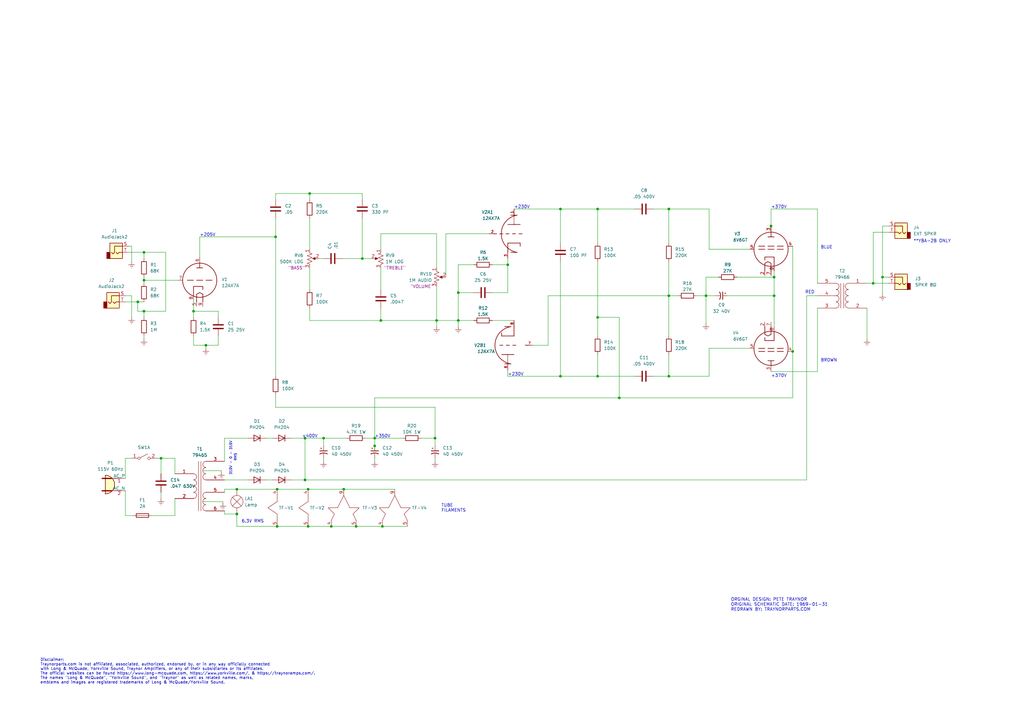
<source format=kicad_sch>
(kicad_sch (version 20211123) (generator eeschema)
  (paper "A3")
  (title_block (title "Traynor YBA-2 Bassmate (6V6)") (date "2022-06-18") (rev "1") (company "Yorkville Sound LTD") (comment 1 "ALL RESISTORS 1/2W 10% UNLESS OTHERWISE STATED") (comment 2 "ALL CAPACITORS IN MICROFARADS UNLESS OTHERWISE STATED"))
  (lib_symbols
    (symbol "Amplifier Library:12AX7_A"
      (property "Reference" "V" (at -11.43 3.175 0))
      (symbol "12AX7_A_1_0"
        (polyline (pts (xy -5.842 0) (xy -4.572 0)) (stroke (width 0.254)))
        (polyline (pts (xy -0.762 0) (xy 0.508 0)) (stroke (width 0.254)))
        (polyline (pts (xy 0 -7.62) (xy 0 -3.81)) (stroke (width 0.254)))
        (polyline (pts (xy 0 -3.81) (xy 5.08 -3.81)) (stroke (width 0.254)))
        (polyline (pts (xy 0 3.81) (xy 2.54 3.81)) (stroke (width 0.254)))
        (polyline (pts (xy 1.27 -7.62) (xy 3.81 -7.62)) (stroke (width 0.254)))
        (polyline (pts (xy 1.905 0) (xy 3.175 0)) (stroke (width 0.254)))
        (polyline (pts (xy 2.54 3.81) (xy 5.08 3.81)) (stroke (width 0.254)))
        (polyline (pts (xy 2.54 7.62) (xy 2.54 3.81)) (stroke (width 0.1524)))
        (polyline (pts (xy 4.572 0) (xy 5.842 0)) (stroke (width 0.254)))
        (polyline (pts (xy 5.08 -5.08) (xy 5.08 -3.81)) (stroke (width 0.254)))
        (polyline (pts (xy 1.27 7.62) (xy 3.81 7.62) (xy 3.175 7.62)) (stroke (width 0.254)))
        (arc (start 1.3208 -7.62) (mid 10.2569 0) (end 1.3208 7.62) (stroke (width 0.254)))
        (pin passive line (at 2.54 10.16 270) (length 2.54) (name "~") (number "6"))
        (pin passive line (at -7.62 0 0) (length 2.54) (name "~") (number "7"))
        (pin passive line (at 0 -10.16 90) (length 2.54) (name "~") (number "8"))
      )
    )
    (symbol "Amplifier Library:12AX7_B"
      (property "Reference" "V" (at -5.08 6.35 0))
      (symbol "12AX7_B_0_0"
        (polyline (pts (xy 2.54 -7.62) (xy 0 -7.62)) (stroke (width 0.254)))
        (polyline (pts (xy 2.54 7.62) (xy 0 7.62)) (stroke (width 0.254)))
      )
      (symbol "12AX7_B_1_0"
        (polyline (pts (xy -7.112 0) (xy -5.842 0)) (stroke (width 0.254)))
        (polyline (pts (xy -4.572 0) (xy -3.302 0)) (stroke (width 0.254)))
        (polyline (pts (xy -2.032 0) (xy -0.762 0)) (stroke (width 0.254)))
        (polyline (pts (xy -1.27 -7.62) (xy -1.27 -3.81)) (stroke (width 0.254)))
        (polyline (pts (xy -1.27 -3.81) (xy 3.81 -3.81)) (stroke (width 0.254)))
        (polyline (pts (xy -1.27 3.81) (xy 1.27 3.81)) (stroke (width 0.254)))
        (polyline (pts (xy 0.635 0) (xy 1.905 0)) (stroke (width 0.254)))
        (polyline (pts (xy 1.27 3.81) (xy 3.81 3.81)) (stroke (width 0.254)))
        (polyline (pts (xy 1.27 7.62) (xy 1.27 3.81)) (stroke (width 0.1524)))
        (polyline (pts (xy 3.302 0) (xy 4.572 0)) (stroke (width 0.254)))
        (polyline (pts (xy 3.81 -5.08) (xy 3.81 -3.81)) (stroke (width 0.254)))
        (arc (start 2.54 7.62) (mid -6.3961 0) (end 2.54 -7.62) (stroke (width 0.254)))
        (pin passive line (at 1.27 10.16 270) (length 2.54) (name "~") (number "1"))
        (pin passive line (at -8.89 0 0) (length 2.54) (name "~") (number "2"))
        (pin passive line (at -1.27 -10.16 90) (length 2.54) (name "~") (number "3"))
      )
    )
    (symbol "Amplifier Library:12AX7_C"
      (property "Reference" "V" (at -14.605 -5.08 0))
      (symbol "12AX7_C_0_1"
        (polyline (pts (xy -5.08 1.27) (xy -2.54 1.27) (xy -3.175 1.27)) (stroke (width 0.254)))
        (polyline (pts (xy -1.27 1.27) (xy 1.27 1.27) (xy 0.635 1.27)) (stroke (width 0.254)))
        (polyline (pts (xy 2.54 1.27) (xy 5.08 1.27) (xy 4.445 1.27)) (stroke (width 0.254)))
        (polyline (pts (xy -2.54 -5.08) (xy -2.54 -1.27) (xy 1.27 -1.27) (xy 1.27 -2.54)) (stroke (width 0.254)))
        (polyline (pts (xy 0 8.255) (xy 0 6.35) (xy -1.27 6.35) (xy 1.27 6.35)) (stroke (width 0.254)))
        (polyline (pts (xy -1.27 -7.62) (xy -1.27 -4.445) (xy 0 -3.81) (xy 1.27 -4.445) (xy 1.27 -7.62) (xy 1.27 -6.985)) (stroke (width 0.254)))
        (circle (center 0 1.27) (radius 7.0138) (stroke (width 0.254)))
      )
      (symbol "12AX7_C_1_1"
        (pin passive line (at -1.27 -9.525 90) (length 2) (name "") (number "5"))
        (pin passive line (at 0 10.795 270) (length 2.54) (name "~") (number "6"))
        (pin passive line (at -8.89 1.27 0) (length 2) (name "~") (number "7"))
        (pin passive line (at -2.54 -6.985 90) (length 2) (name "~") (number "8"))
        (pin passive line (at 1.27 -9.525 90) (length 2) (name "") (number "9"))
      )
    )
    (symbol "Amplifier Library:6V6GT"
      (property "Reference" "V" (at -14.605 6.35 0))
      (symbol "6V6GT_0_1"
        (polyline (pts (xy -5.08 -1.27) (xy -2.54 -1.27) (xy -3.175 -1.27)) (stroke (width 0.254)))
        (polyline (pts (xy -5.08 0) (xy -2.54 0) (xy -3.175 0)) (stroke (width 0.254)))
        (polyline (pts (xy -1.27 -1.27) (xy 1.27 -1.27) (xy 0.635 -1.27)) (stroke (width 0.254)))
        (polyline (pts (xy -1.27 0) (xy 1.27 0) (xy 0.635 0)) (stroke (width 0.254)))
        (polyline (pts (xy 2.54 -1.27) (xy 5.08 -1.27) (xy 4.445 -1.27)) (stroke (width 0.254)))
        (polyline (pts (xy 2.54 0) (xy 5.08 0) (xy 4.445 0)) (stroke (width 0.254)))
        (polyline (pts (xy 0 -6.985) (xy 0 -5.08) (xy -1.27 -5.08) (xy 1.27 -5.08)) (stroke (width 0.254)))
        (polyline (pts (xy 1.27 6.985) (xy 1.27 3.175) (xy -2.54 3.175) (xy -2.54 4.445)) (stroke (width 0.254)))
        (polyline (pts (xy -2.54 8.89) (xy -2.54 5.715) (xy -1.27 5.08) (xy 0 5.715) (xy 0 8.89) (xy 0 8.255)) (stroke (width 0.254)))
        (circle (center 0 0) (radius 7.0138) (stroke (width 0.254)))
      )
      (symbol "6V6GT_1_1"
        (pin passive line (at -2.54 10.795 270) (length 2) (name "") (number "2"))
        (pin passive line (at 0 -9.525 90) (length 2.54) (name "~") (number "3"))
        (pin passive line (at 8.89 -1.27 180) (length 2) (name "~") (number "4"))
        (pin passive line (at -8.89 0 0) (length 2) (name "~") (number "5"))
        (pin passive line (at 0 10.795 270) (length 2) (name "") (number "7"))
        (pin passive line (at 1.27 8.89 270) (length 2) (name "~") (number "8"))
      )
    )
    (symbol "Amplifier Library:AudioJack2"
      (property "Reference" "J" (at 0 8.89 0))
      (property "Value" "AudioJack2" (at 0 6.35 0))
      (symbol "AudioJack2_0_1"
        (rectangle (start -3.81 0) (end -2.54 -2.54) (stroke (width 0.254)) (fill (type outline)))
        (rectangle (start -2.54 3.81) (end 2.54 -2.54) (stroke (width 0.254)) (fill (type background)))
        (polyline (pts (xy 0 0) (xy 0.635 -0.635) (xy 1.27 0) (xy 2.54 0)) (stroke (width 0.254)))
        (polyline (pts (xy 2.54 2.54) (xy -0.635 2.54) (xy -0.635 0) (xy -1.27 -0.635) (xy -1.905 0)) (stroke (width 0.254)))
      )
      (symbol "AudioJack2_1_1"
        (pin passive line (at 5.08 2.54 180) (length 2.54) (name "~") (number "S"))
        (pin passive line (at 5.08 0 180) (length 2.54) (name "~") (number "T"))
      )
    )
    (symbol "Amplifier Library:Filament1"
      (property "Reference" "TF-V" (at 3.81 0 0))
      (symbol "Filament1_0_1"
        (polyline (pts (xy 0 2.54) (xy 0 5.08)))
        (polyline (pts (xy 0 2.54) (xy -3.81 0) (xy 0 -2.54) (xy 0 -5.08)))
      )
      (symbol "Filament1_1_1"
        (pin passive line (at 0 7.62 270) (length 2.54) (name "") (number "4"))
        (pin passive line (at 0 -7.62 90) (length 2.54) (name "") (number "5"))
      )
    )
    (symbol "Amplifier Library:Filament2"
      (property "Reference" "V" (at 5.08 3.81 0))
      (symbol "Filament2_0_1"
        (polyline (pts (xy -5.08 0) (xy -5.08 0)))
        (polyline (pts (xy 0 5.08) (xy -2.54 0) (xy -6.35 0) (xy -3.81 -2.54) (xy -5.08 -5.08)))
        (polyline (pts (xy 0 5.08) (xy 2.54 0) (xy 6.35 0) (xy 3.81 -2.54) (xy 5.08 -5.08)))
      )
      (symbol "Filament2_1_1"
        (pin passive line (at -5.08 -7.62 90) (length 2.54) (name "") (number "4"))
        (pin passive line (at 5.08 -7.62 90) (length 2.54) (name "") (number "5"))
        (pin passive line (at 0 7.62 270) (length 2.54) (name "") (number "9"))
      )
    )
    (symbol "Amplifier Library:Lamp" (pin_numbers hide) (pin_names (offset 0.0254) hide)
      (property "Reference" "LA" (at 0.635 3.81 0))
      (property "Value" "Lamp" (at 0.635 -3.81 0))
      (symbol "Lamp_0_1"
        (polyline (pts (xy -1.778 1.778) (xy 1.778 -1.778)))
        (polyline (pts (xy 1.778 1.778) (xy -1.778 -1.778)))
        (circle (center 0 0) (radius 2.54))
      )
      (symbol "Lamp_1_1"
        (pin passive line (at 0 -5.08 90) (length 2.54) (name "-") (number "1"))
        (pin passive line (at 0 5.08 270) (length 2.54) (name "+") (number "2"))
      )
    )
    (symbol "Connector:Conn_WallPlug" (pin_names (offset 0))
      (property "Reference" "P" (at -1.27 4.445 0))
      (property "Value" "Conn_WallPlug" (at -5.715 0 90))
      (symbol "Conn_WallPlug_0_1"
        (arc (start -3.175 -3.81) (mid 0.635 0) (end -3.175 3.81) (stroke (width 0.254)) (fill (type background)))
        (polyline (pts (xy -4.445 -2.54) (xy -0.635 -2.54)) (stroke (width 0.508)))
        (polyline (pts (xy -4.445 2.54) (xy -0.635 2.54)) (stroke (width 0.508)))
        (polyline (pts (xy -3.175 -3.81) (xy -3.175 3.81)) (stroke (width 0.254)))
        (polyline (pts (xy -0.635 -2.54) (xy 2.54 -2.54)))
        (polyline (pts (xy -0.635 2.54) (xy 2.54 2.54)))
      )
      (symbol "Conn_WallPlug_1_1"
        (pin power_out line (at 5.08 2.54 180) (length 5.08) (name "AC_P") (number "1"))
        (pin power_out line (at 5.08 -2.54 180) (length 5.08) (name "AC_N") (number "2"))
      )
    )
    (symbol "Device:C" (pin_numbers hide) (pin_names (offset 0.254))
      (property "Reference" "C" (at 0.635 2.54 0))
      (property "Value" "C" (at 0.635 -2.54 0))
      (symbol "C_0_1"
        (polyline (pts (xy -2.032 -0.762) (xy 2.032 -0.762)) (stroke (width 0.508)))
        (polyline (pts (xy -2.032 0.762) (xy 2.032 0.762)) (stroke (width 0.508)))
      )
      (symbol "C_1_1"
        (pin passive line (at 0 3.81 270) (length 2.794) (name "~") (number "1"))
        (pin passive line (at 0 -3.81 90) (length 2.794) (name "~") (number "2"))
      )
    )
    (symbol "Device:C_Polarized_Small_US" (pin_numbers hide) (pin_names (offset 0.254) hide)
      (property "Reference" "C" (at 0.254 1.778 0))
      (property "Value" "C_Polarized_Small_US" (at 0.254 -2.032 0))
      (symbol "C_Polarized_Small_US_0_1"
        (polyline (pts (xy -1.524 0.508) (xy 1.524 0.508)) (stroke (width 0.3048)))
        (polyline (pts (xy -1.27 1.524) (xy -0.762 1.524)))
        (polyline (pts (xy -1.016 1.27) (xy -1.016 1.778)))
        (arc (start 1.524 -0.762) (mid 0 -0.3734) (end -1.524 -0.762) (stroke (width 0.3048)))
      )
      (symbol "C_Polarized_Small_US_1_1"
        (pin passive line (at 0 2.54 270) (length 2.032) (name "~") (number "1"))
        (pin passive line (at 0 -2.54 90) (length 2.032) (name "~") (number "2"))
      )
    )
    (symbol "Device:D" (pin_numbers hide) (pin_names (offset 1.016) hide)
      (property "Reference" "D" (at 0 2.54 0))
      (property "Value" "D" (at 0 -2.54 0))
      (symbol "D_0_1"
        (polyline (pts (xy -1.27 1.27) (xy -1.27 -1.27)) (stroke (width 0.254)))
        (polyline (pts (xy 1.27 0) (xy -1.27 0)))
        (polyline (pts (xy 1.27 1.27) (xy 1.27 -1.27) (xy -1.27 0) (xy 1.27 1.27)) (stroke (width 0.254)))
      )
      (symbol "D_1_1"
        (pin passive line (at -3.81 0 0) (length 2.54) (name "K") (number "1"))
        (pin passive line (at 3.81 0 180) (length 2.54) (name "A") (number "2"))
      )
    )
    (symbol "Device:Fuse" (pin_numbers hide) (pin_names (offset 0))
      (property "Reference" "F" (at 2.032 0 90))
      (property "Value" "Fuse" (at -1.905 0 90))
      (symbol "Fuse_0_1"
        (rectangle (start -0.762 -2.54) (end 0.762 2.54) (stroke (width 0.254)))
        (polyline (pts (xy 0 2.54) (xy 0 -2.54)))
      )
      (symbol "Fuse_1_1"
        (pin passive line (at 0 3.81 270) (length 1.27) (name "~") (number "1"))
        (pin passive line (at 0 -3.81 90) (length 1.27) (name "~") (number "2"))
      )
    )
    (symbol "Device:R" (pin_numbers hide) (pin_names (offset 0))
      (property "Reference" "R" (at 2.032 0 90))
      (property "Value" "R" (at 0 0 90))
      (symbol "R_0_1"
        (rectangle (start -1.016 -2.54) (end 1.016 2.54) (stroke (width 0.254)))
      )
      (symbol "R_1_1"
        (pin passive line (at 0 3.81 270) (length 1.27) (name "~") (number "1"))
        (pin passive line (at 0 -3.81 90) (length 1.27) (name "~") (number "2"))
      )
    )
    (symbol "Device:R_Potentiometer_US" (pin_names (offset 1.016) hide)
      (property "Reference" "RV" (at -4.445 0 90))
      (property "Value" "R_Potentiometer_US" (at -2.54 0 90))
      (symbol "R_Potentiometer_US_0_1"
        (polyline (pts (xy 0 -2.286) (xy 0 -2.54)))
        (polyline (pts (xy 0 2.54) (xy 0 2.286)))
        (polyline (pts (xy 2.54 0) (xy 1.524 0)))
        (polyline (pts (xy 1.143 0) (xy 2.286 0.508) (xy 2.286 -0.508) (xy 1.143 0)) (fill (type outline)))
        (polyline (pts (xy 0 -0.762) (xy 1.016 -1.143) (xy 0 -1.524) (xy -1.016 -1.905) (xy 0 -2.286)))
        (polyline (pts (xy 0 0.762) (xy 1.016 0.381) (xy 0 0) (xy -1.016 -0.381) (xy 0 -0.762)))
        (polyline (pts (xy 0 2.286) (xy 1.016 1.905) (xy 0 1.524) (xy -1.016 1.143) (xy 0 0.762)))
      )
      (symbol "R_Potentiometer_US_1_1"
        (pin passive line (at 0 3.81 270) (length 1.27) (name "1") (number "1"))
        (pin passive line (at 3.81 0 180) (length 1.27) (name "2") (number "2"))
        (pin passive line (at 0 -3.81 90) (length 1.27) (name "3") (number "3"))
      )
    )
    (symbol "Device:Transformer_1P_2S" (pin_names (offset 1.016) hide)
      (property "Reference" "T" (at 0 12.7 0))
      (property "Value" "Transformer_1P_2S" (at 0 -12.7 0))
      (symbol "Transformer_1P_2S_0_1"
        (arc (start -2.54 -5.0546) (mid -1.6599 -4.6901) (end -1.27 -3.81))
        (arc (start -2.54 -2.5146) (mid -1.6599 -2.1501) (end -1.27 -1.27))
        (arc (start -2.54 0.0254) (mid -1.6599 0.3899) (end -1.27 1.27))
        (arc (start -2.54 2.5654) (mid -1.6599 2.9299) (end -1.27 3.81))
        (arc (start -1.27 -3.81) (mid -1.642 -2.912) (end -2.54 -2.54))
        (arc (start -1.27 -1.27) (mid -1.642 -0.372) (end -2.54 0))
        (arc (start -1.27 1.27) (mid -1.642 2.168) (end -2.54 2.54))
        (arc (start -1.27 3.81) (mid -1.642 4.708) (end -2.54 5.08))
        (polyline (pts (xy -0.508 -10.16) (xy -0.508 10.16)))
        (polyline (pts (xy 0.508 10.16) (xy 0.508 -10.16)))
        (arc (start 1.2954 -8.89) (mid 1.6599 -9.7701) (end 2.54 -10.1346))
        (arc (start 1.2954 -6.35) (mid 1.6599 -7.2301) (end 2.54 -7.5946))
        (arc (start 1.2954 -3.81) (mid 1.6599 -4.6901) (end 2.54 -5.0546))
        (arc (start 1.2954 3.81) (mid 1.6599 2.9299) (end 2.54 2.5654))
        (arc (start 1.2954 6.35) (mid 1.6599 5.4699) (end 2.54 5.1054))
        (arc (start 1.2954 8.89) (mid 1.6599 8.0099) (end 2.54 7.6454))
        (arc (start 2.54 -7.62) (mid 1.642 -7.992) (end 1.2954 -8.89))
        (arc (start 2.54 -5.08) (mid 1.642 -5.452) (end 1.2954 -6.35))
        (arc (start 2.54 -2.54) (mid 1.642 -2.912) (end 1.2954 -3.81))
        (arc (start 2.54 5.08) (mid 1.642 4.708) (end 1.2954 3.81))
        (arc (start 2.54 7.62) (mid 1.642 7.248) (end 1.2954 6.35))
        (arc (start 2.54 10.16) (mid 1.642 9.788) (end 1.2954 8.89))
      )
      (symbol "Transformer_1P_2S_1_1"
        (pin passive line (at -10.16 5.08 0) (length 7.62) (name "AA") (number "1"))
        (pin passive line (at -10.16 -5.08 0) (length 7.62) (name "AB") (number "2"))
        (pin passive line (at 10.16 10.16 180) (length 7.62) (name "SA") (number "3"))
        (pin passive line (at 10.16 2.54 180) (length 7.62) (name "SB") (number "4"))
        (pin passive line (at 10.16 -2.54 180) (length 7.62) (name "SC") (number "5"))
        (pin passive line (at 10.16 -10.16 180) (length 7.62) (name "SD") (number "6"))
      )
    )
    (symbol "Device:Transformer_1P_SS" (pin_names (offset 1.016) hide)
      (property "Reference" "T" (at 0 6.35 0))
      (property "Value" "Transformer_1P_SS" (at 0 -7.62 0))
      (symbol "Transformer_1P_SS_0_1"
        (arc (start -2.54 -5.0546) (mid -1.6599 -4.6901) (end -1.27 -3.81))
        (arc (start -2.54 -2.5146) (mid -1.6599 -2.1501) (end -1.27 -1.27))
        (arc (start -2.54 0.0254) (mid -1.6599 0.3899) (end -1.27 1.27))
        (arc (start -2.54 2.5654) (mid -1.6599 2.9299) (end -1.27 3.81))
        (arc (start -1.27 -3.81) (mid -1.642 -2.912) (end -2.54 -2.54))
        (arc (start -1.27 -1.27) (mid -1.642 -0.372) (end -2.54 0))
        (arc (start -1.27 1.27) (mid -1.642 2.168) (end -2.54 2.54))
        (arc (start -1.27 3.81) (mid -1.642 4.708) (end -2.54 5.08))
        (polyline (pts (xy -0.635 5.08) (xy -0.635 -5.08)))
        (polyline (pts (xy 0.635 -5.08) (xy 0.635 5.08)))
        (arc (start 1.2954 -1.27) (mid 1.6599 -2.1501) (end 2.54 -2.5146))
        (arc (start 1.2954 1.27) (mid 1.6599 0.3899) (end 2.54 0.0254))
        (arc (start 1.2954 3.81) (mid 1.6599 2.9299) (end 2.54 2.5654))
        (arc (start 1.3208 -3.81) (mid 1.6853 -4.6901) (end 2.5654 -5.0546))
        (arc (start 2.54 0) (mid 1.642 -0.372) (end 1.2954 -1.27))
        (arc (start 2.54 2.54) (mid 1.642 2.168) (end 1.2954 1.27))
        (arc (start 2.54 5.08) (mid 1.642 4.708) (end 1.2954 3.81))
        (arc (start 2.5654 -2.54) (mid 1.6674 -2.912) (end 1.3208 -3.81))
      )
      (symbol "Transformer_1P_SS_1_1"
        (pin passive line (at -10.16 5.08 0) (length 7.62) (name "AA") (number "1"))
        (pin passive line (at -10.16 -5.08 0) (length 7.62) (name "AB") (number "2"))
        (pin passive line (at 10.16 -5.08 180) (length 7.62) (name "SA") (number "3"))
        (pin passive line (at 10.16 0 180) (length 7.62) (name "SC") (number "4"))
        (pin passive line (at 10.16 5.08 180) (length 7.62) (name "SB") (number "5"))
      )
    )
    (symbol "Filament2_1"
      (property "Reference" "TF-V" (at 5.08 3.81 0))
      (symbol "Filament2_1_0_1"
        (polyline (pts (xy -5.08 0) (xy -5.08 0)))
        (polyline (pts (xy 0 5.08) (xy -2.54 0) (xy -6.35 0) (xy -3.81 -2.54) (xy -5.08 -5.08)))
        (polyline (pts (xy 0 5.08) (xy 2.54 0) (xy 6.35 0) (xy 3.81 -2.54) (xy 5.08 -5.08)))
      )
      (symbol "Filament2_1_1_1"
        (pin passive line (at -5.08 -7.62 90) (length 2.54) (name "") (number "4"))
        (pin passive line (at 5.08 -7.62 90) (length 2.54) (name "") (number "5"))
        (pin passive line (at 0 7.62 270) (length 2.54) (name "") (number "9"))
      )
    )
    (symbol "Switch:SW_DPST_x2" (pin_names (offset 0) hide)
      (property "Reference" "SW" (at 0 3.175 0))
      (property "Value" "SW_DPST_x2" (at 0 -2.54 0))
      (symbol "SW_DPST_x2_0_0"
        (circle (center -2.032 0) (radius 0.508))
        (polyline (pts (xy -1.524 0.254) (xy 1.524 1.778)))
        (circle (center 2.032 0) (radius 0.508))
      )
      (symbol "SW_DPST_x2_1_1"
        (pin passive line (at -5.08 0 0) (length 2.54) (name "A") (number "1"))
        (pin passive line (at 5.08 0 180) (length 2.54) (name "B") (number "2"))
      )
      (symbol "SW_DPST_x2_2_1"
        (pin passive line (at -5.08 0 0) (length 2.54) (name "A") (number "3"))
        (pin passive line (at 5.08 0 180) (length 2.54) (name "B") (number "4"))
      )
    )
    (symbol "power:Earth" (power) (pin_names (offset 0))
      (symbol "Earth_0_1"
        (polyline (pts (xy -0.635 -1.905) (xy 0.635 -1.905)))
        (polyline (pts (xy -0.127 -2.54) (xy 0.127 -2.54)))
        (polyline (pts (xy 0 -1.27) (xy 0 0)))
        (polyline (pts (xy 1.27 -1.27) (xy -1.27 -1.27)))
      )
      (symbol "Earth_1_1"
        (pin power_in line (at 0 0 270) (length 0) hide (name "Earth") (number "1"))
      )
    )
  )
  (junction (at 146.05 215.9))
  (junction (at 317.5 113.665))
  (junction (at 317.5 121.285))
  (junction (at 361.95 113.665))
  (junction (at 187.96 120.015))
  (junction (at 126.365 200.66))
  (junction (at 59.055 127.635))
  (junction (at 289.56 121.285))
  (junction (at 254 163.195))
  (junction (at 84.455 141.605))
  (junction (at 97.155 210.82))
  (junction (at 208.28 108.585))
  (junction (at 126.365 215.9))
  (junction (at 245.11 154.305))
  (junction (at 113.665 200.66))
  (junction (at 187.96 131.445))
  (junction (at 229.87 85.725))
  (junction (at 179.07 131.445))
  (junction (at 325.12 144.145))
  (junction (at 127 79.375))
  (junction (at 59.055 114.935))
  (junction (at 113.665 215.9))
  (junction (at 153.67 179.705))
  (junction (at 148.59 106.045))
  (junction (at 135.89 215.9))
  (junction (at 66.04 187.96))
  (junction (at 113.03 97.155))
  (junction (at 125.095 196.85))
  (junction (at 125.095 179.705))
  (junction (at 156.21 131.445))
  (junction (at 97.155 200.66))
  (junction (at 156.845 215.9))
  (junction (at 132.715 179.705))
  (junction (at 153.67 182.88))
  (junction (at 274.32 85.725))
  (junction (at 245.11 85.725))
  (junction (at 140.97 200.66))
  (junction (at 274.32 154.305))
  (junction (at 178.435 179.705))
  (junction (at 59.055 103.505))
  (junction (at 229.87 154.305))
  (junction (at 358.14 116.205))
  (junction (at 245.11 130.175))
  (junction (at 56.515 123.825))
  (junction (at 274.32 121.285))
  (junction (at 316.23 92.71))
  (junction (at 79.375 127.635))
  (wire (pts (xy 224.79 141.605) (xy 224.79 121.285)))
  (wire (pts (xy 52.705 103.505) (xy 59.055 103.505)))
  (wire (pts (xy 51.435 201.295) (xy 51.435 211.455)))
  (wire (pts (xy 325.12 100.965) (xy 325.12 144.145)))
  (wire (pts (xy 179.07 131.445) (xy 187.96 131.445)))
  (wire (pts (xy 132.715 179.705) (xy 132.715 182.88)))
  (wire (pts (xy 302.26 113.665) (xy 317.5 113.665)))
  (wire (pts (xy 316.23 93.345) (xy 316.23 92.71)))
  (wire (pts (xy 127 109.855) (xy 127 118.745)))
  (wire (pts (xy 187.96 131.445) (xy 194.31 131.445)))
  (wire (pts (xy 79.375 127.635) (xy 89.535 127.635)))
  (wire (pts (xy 92.075 189.23) (xy 92.075 179.705)))
  (wire (pts (xy 66.04 201.93) (xy 66.04 204.47)))
  (wire (pts (xy 89.535 127.635) (xy 89.535 130.175)))
  (wire (pts (xy 361.95 92.71) (xy 364.49 92.71)))
  (wire (pts (xy 126.365 200.66) (xy 140.97 200.66)))
  (wire (pts (xy 317.5 113.665) (xy 317.5 121.285)))
  (wire (pts (xy 66.04 187.96) (xy 71.755 187.96)))
  (wire (pts (xy 90.805 193.04) (xy 90.805 193.675)))
  (wire (pts (xy 71.755 194.31) (xy 71.755 187.96)))
  (wire (pts (xy 109.22 196.85) (xy 111.76 196.85)))
  (wire (pts (xy 148.59 89.535) (xy 148.59 106.045)))
  (wire (pts (xy 140.335 106.045) (xy 148.59 106.045)))
  (wire (pts (xy 125.095 196.85) (xy 330.835 196.85)))
  (wire (pts (xy 153.67 163.195) (xy 153.67 179.705)))
  (wire (pts (xy 92.075 200.66) (xy 97.155 200.66)))
  (wire (pts (xy 127 79.375) (xy 127 81.915)))
  (wire (pts (xy 178.435 187.96) (xy 178.435 189.23)))
  (wire (pts (xy 317.5 111.125) (xy 317.5 113.665)))
  (wire (pts (xy 156.21 102.235) (xy 156.21 95.885)))
  (wire (pts (xy 135.89 215.9) (xy 146.05 215.9)))
  (wire (pts (xy 52.705 100.965) (xy 53.975 100.965)))
  (wire (pts (xy 132.715 179.705) (xy 142.24 179.705)))
  (wire (pts (xy 285.75 121.285) (xy 289.56 121.285)))
  (wire (pts (xy 274.32 121.285) (xy 274.32 137.795)))
  (wire (pts (xy 146.05 215.9) (xy 156.845 215.9)))
  (wire (pts (xy 156.21 131.445) (xy 179.07 131.445)))
  (wire (pts (xy 79.375 127.635) (xy 79.375 130.175)))
  (wire (pts (xy 156.21 109.855) (xy 156.21 118.745)))
  (wire (pts (xy 84.455 141.605) (xy 89.535 141.605)))
  (wire (pts (xy 355.6 126.365) (xy 355.6 139.065)))
  (wire (pts (xy 59.055 113.665) (xy 59.055 114.935)))
  (wire (pts (xy 148.59 79.375) (xy 148.59 81.915)))
  (wire (pts (xy 56.515 127.635) (xy 59.055 127.635)))
  (wire (pts (xy 178.435 179.705) (xy 178.435 182.88)))
  (wire (pts (xy 208.28 154.305) (xy 208.28 151.765)))
  (wire (pts (xy 92.075 209.55) (xy 92.075 210.82)))
  (wire (pts (xy 361.95 113.665) (xy 361.95 120.65)))
  (wire (pts (xy 83.185 193.04) (xy 90.805 193.04)))
  (wire (pts (xy 156.21 95.885) (xy 179.07 95.885)))
  (wire (pts (xy 83.185 205.74) (xy 91.44 205.74)))
  (wire (pts (xy 289.56 121.285) (xy 289.56 132.715)))
  (wire (pts (xy 208.28 106.045) (xy 208.28 108.585)))
  (wire (pts (xy 245.11 99.695) (xy 245.11 85.725)))
  (wire (pts (xy 59.055 114.935) (xy 59.055 116.205)))
  (wire (pts (xy 59.055 127.635) (xy 67.945 127.635)))
  (wire (pts (xy 125.095 179.705) (xy 132.715 179.705)))
  (wire (pts (xy 51.435 121.285) (xy 53.975 121.285)))
  (wire (pts (xy 132.715 187.96) (xy 132.715 189.23)))
  (wire (pts (xy 81.915 97.155) (xy 113.03 97.155)))
  (wire (pts (xy 92.075 210.82) (xy 97.155 210.82)))
  (wire (pts (xy 92.075 179.705) (xy 101.6 179.705)))
  (wire (pts (xy 51.435 187.96) (xy 53.975 187.96)))
  (wire (pts (xy 127 89.535) (xy 127 102.235)))
  (wire (pts (xy 267.97 85.725) (xy 274.32 85.725)))
  (wire (pts (xy 64.135 187.96) (xy 66.04 187.96)))
  (wire (pts (xy 358.14 116.205) (xy 364.49 116.205)))
  (wire (pts (xy 290.83 102.235) (xy 307.34 102.235)))
  (wire (pts (xy 59.055 127.635) (xy 59.055 130.175)))
  (wire (pts (xy 179.07 95.885) (xy 179.07 109.855)))
  (wire (pts (xy 245.11 85.725) (xy 260.35 85.725)))
  (wire (pts (xy 229.87 85.725) (xy 245.11 85.725)))
  (wire (pts (xy 79.375 137.795) (xy 79.375 141.605)))
  (wire (pts (xy 153.67 179.705) (xy 153.67 182.88)))
  (wire (pts (xy 53.975 121.285) (xy 53.975 130.175)))
  (wire (pts (xy 224.79 121.285) (xy 274.32 121.285)))
  (wire (pts (xy 113.03 97.155) (xy 113.03 154.305)))
  (wire (pts (xy 335.28 152.4) (xy 335.28 126.365)))
  (wire (pts (xy 84.455 141.605) (xy 84.455 142.875)))
  (wire (pts (xy 210.82 85.725) (xy 229.87 85.725)))
  (wire (pts (xy 317.5 121.285) (xy 317.5 133.985)))
  (wire (pts (xy 113.03 89.535) (xy 113.03 97.155)))
  (wire (pts (xy 294.64 113.665) (xy 289.56 113.665)))
  (wire (pts (xy 254 163.195) (xy 325.12 163.195)))
  (wire (pts (xy 182.88 113.665) (xy 182.88 95.885)))
  (wire (pts (xy 187.96 120.015) (xy 187.96 131.445)))
  (wire (pts (xy 187.96 131.445) (xy 187.96 133.985)))
  (wire (pts (xy 113.03 167.005) (xy 178.435 167.005)))
  (wire (pts (xy 66.04 187.96) (xy 66.04 194.31)))
  (wire (pts (xy 290.83 85.725) (xy 290.83 102.235)))
  (wire (pts (xy 91.44 205.74) (xy 91.44 206.375)))
  (wire (pts (xy 79.375 141.605) (xy 84.455 141.605)))
  (wire (pts (xy 59.055 114.935) (xy 73.025 114.935)))
  (wire (pts (xy 92.075 201.93) (xy 92.075 200.66)))
  (wire (pts (xy 290.83 142.875) (xy 307.34 142.875)))
  (wire (pts (xy 229.87 154.305) (xy 245.11 154.305)))
  (wire (pts (xy 71.755 204.47) (xy 71.755 211.455)))
  (wire (pts (xy 156.845 215.9) (xy 167.005 215.9)))
  (wire (pts (xy 298.45 121.285) (xy 317.5 121.285)))
  (wire (pts (xy 229.87 107.315) (xy 229.87 154.305)))
  (wire (pts (xy 149.86 179.705) (xy 153.67 179.705)))
  (wire (pts (xy 92.075 196.85) (xy 101.6 196.85)))
  (wire (pts (xy 53.975 100.965) (xy 53.975 107.315)))
  (wire (pts (xy 274.32 107.315) (xy 274.32 121.285)))
  (wire (pts (xy 113.665 200.66) (xy 126.365 200.66)))
  (wire (pts (xy 148.59 106.045) (xy 152.4 106.045)))
  (wire (pts (xy 59.055 103.505) (xy 59.055 106.045)))
  (wire (pts (xy 127 79.375) (xy 148.59 79.375)))
  (wire (pts (xy 97.155 200.66) (xy 113.665 200.66)))
  (wire (pts (xy 56.515 123.825) (xy 56.515 127.635)))
  (wire (pts (xy 254 130.175) (xy 254 163.195)))
  (wire (pts (xy 172.72 179.705) (xy 178.435 179.705)))
  (wire (pts (xy 201.93 120.015) (xy 208.28 120.015)))
  (wire (pts (xy 335.28 121.285) (xy 330.835 121.285)))
  (wire (pts (xy 364.49 113.665) (xy 361.95 113.665)))
  (wire (pts (xy 153.67 163.195) (xy 254 163.195)))
  (wire (pts (xy 113.03 161.925) (xy 113.03 167.005)))
  (wire (pts (xy 113.03 79.375) (xy 127 79.375)))
  (wire (pts (xy 119.38 179.705) (xy 125.095 179.705)))
  (wire (pts (xy 274.32 154.305) (xy 290.83 154.305)))
  (wire (pts (xy 316.23 92.71) (xy 316.23 85.725)))
  (wire (pts (xy 245.11 130.175) (xy 254 130.175)))
  (wire (pts (xy 79.375 123.19) (xy 79.375 127.635)))
  (wire (pts (xy 126.365 215.9) (xy 135.89 215.9)))
  (wire (pts (xy 194.31 120.015) (xy 187.96 120.015)))
  (wire (pts (xy 289.56 121.285) (xy 293.37 121.285)))
  (wire (pts (xy 187.96 108.585) (xy 187.96 120.015)))
  (wire (pts (xy 51.435 123.825) (xy 56.515 123.825)))
  (wire (pts (xy 218.44 141.605) (xy 224.79 141.605)))
  (wire (pts (xy 109.22 179.705) (xy 111.76 179.705)))
  (wire (pts (xy 274.32 121.285) (xy 278.13 121.285)))
  (wire (pts (xy 245.11 107.315) (xy 245.11 130.175)))
  (wire (pts (xy 130.81 106.045) (xy 132.715 106.045)))
  (wire (pts (xy 56.515 123.825) (xy 59.055 123.825)))
  (wire (pts (xy 364.49 95.25) (xy 358.14 95.25)))
  (wire (pts (xy 245.11 145.415) (xy 245.11 154.305)))
  (wire (pts (xy 358.14 95.25) (xy 358.14 116.205)))
  (wire (pts (xy 316.23 85.725) (xy 335.28 85.725)))
  (wire (pts (xy 51.435 211.455) (xy 54.61 211.455)))
  (wire (pts (xy 290.83 154.305) (xy 290.83 142.875)))
  (wire (pts (xy 274.32 85.725) (xy 290.83 85.725)))
  (wire (pts (xy 274.32 145.415) (xy 274.32 154.305)))
  (wire (pts (xy 245.11 130.175) (xy 245.11 137.795)))
  (wire (pts (xy 229.87 154.305) (xy 208.28 154.305)))
  (wire (pts (xy 187.96 108.585) (xy 194.31 108.585)))
  (wire (pts (xy 119.38 196.85) (xy 125.095 196.85)))
  (wire (pts (xy 289.56 113.665) (xy 289.56 121.285)))
  (wire (pts (xy 229.87 85.725) (xy 229.87 99.695)))
  (wire (pts (xy 179.07 117.475) (xy 179.07 131.445)))
  (wire (pts (xy 153.67 179.705) (xy 165.1 179.705)))
  (wire (pts (xy 182.88 95.885) (xy 200.66 95.885)))
  (wire (pts (xy 274.32 85.725) (xy 274.32 99.695)))
  (wire (pts (xy 179.07 131.445) (xy 179.07 133.985)))
  (wire (pts (xy 127 126.365) (xy 127 131.445)))
  (wire (pts (xy 153.67 182.88) (xy 153.67 184.785)))
  (wire (pts (xy 361.95 92.71) (xy 361.95 113.665)))
  (wire (pts (xy 316.23 152.4) (xy 335.28 152.4)))
  (wire (pts (xy 330.835 121.285) (xy 330.835 196.85)))
  (wire (pts (xy 51.435 196.215) (xy 51.435 187.96)))
  (wire (pts (xy 355.6 116.205) (xy 358.14 116.205)))
  (wire (pts (xy 127 131.445) (xy 156.21 131.445)))
  (wire (pts (xy 59.055 103.505) (xy 67.945 103.505)))
  (wire (pts (xy 81.915 97.155) (xy 81.915 105.41)))
  (wire (pts (xy 335.28 85.725) (xy 335.28 116.205)))
  (wire (pts (xy 89.535 137.795) (xy 89.535 141.605)))
  (wire (pts (xy 113.03 81.915) (xy 113.03 79.375)))
  (wire (pts (xy 201.93 131.445) (xy 210.82 131.445)))
  (wire (pts (xy 125.095 196.85) (xy 125.095 179.705)))
  (wire (pts (xy 62.23 211.455) (xy 71.755 211.455)))
  (wire (pts (xy 67.945 103.505) (xy 67.945 127.635)))
  (wire (pts (xy 113.665 215.9) (xy 126.365 215.9)))
  (wire (pts (xy 201.93 108.585) (xy 208.28 108.585)))
  (wire (pts (xy 156.21 126.365) (xy 156.21 131.445)))
  (wire (pts (xy 245.11 154.305) (xy 260.35 154.305)))
  (wire (pts (xy 97.155 210.82) (xy 97.155 215.9)))
  (wire (pts (xy 153.67 187.96) (xy 153.67 189.23)))
  (wire (pts (xy 267.97 154.305) (xy 274.32 154.305)))
  (wire (pts (xy 325.12 144.145) (xy 325.12 163.195)))
  (wire (pts (xy 97.155 215.9) (xy 113.665 215.9)))
  (wire (pts (xy 178.435 179.705) (xy 178.435 167.005)))
  (wire (pts (xy 59.055 137.795) (xy 59.055 139.065)))
  (wire (pts (xy 208.28 108.585) (xy 208.28 120.015)))
  (wire (pts (xy 140.97 200.66) (xy 161.925 200.66)))
  (text "BROWN" (at 336.55 148.59 0) (effects (font (size 1.27 1.27)) (justify left bottom)))
  (text "BLUE" (at 336.55 102.235 0) (effects (font (size 1.27 1.27)) (justify left bottom)))
  (text "310V - 0 - 310V" (at 95.25 194.945 90) (effects (font (size 1 1)) (justify left bottom)))
  (text "+230V" (at 210.82 85.725 0) (effects (font (size 1.27 1.27)) (justify left bottom)))
  (text "RED" (at 330.2 120.65 0) (effects (font (size 1.27 1.27)) (justify left bottom)))
  (text "+400V" (at 123.825 179.705 0) (effects (font (size 1.27 1.27)) (justify left bottom)))
  (text "6.3V RMS\n" (at 99.06 214.63 0) (effects (font (size 1.27 1.27)) (justify left bottom)))
  (text "TUBE \nFILAMENTS\n" (at 180.975 210.185 0) (effects (font (size 1.27 1.27)) (justify left bottom)))
  (text "+205V" (at 81.915 97.155 0) (effects (font (size 1.27 1.27)) (justify left bottom)))
  (text "ORGINAL DESIGN: PETE TRAYNOR\nORIGINAL SCHEMATIC DATE: 1969-01-31\nREDRAWN BY: TRAYNORPARTS.COM" (at 299.72 250.825 0) (effects (font (size 1.27 1.27)) (justify left bottom)))
  (text "Disclaimer:\nTraynorparts.com is not affiliated, associated, authorized, endorsed by, or in any way officially connected \nwith Long & McQuade, Yorkville Sound, Traynor Amplifiers, or any of their subsidiaries or its affiliates. \nThe official websites can be found https://www.long-mcquade.com, https://www.yorkville.com/, & https://traynoramps.com/. \nThe names \"Long & McQuade\", \"Yorkville Sound\", and \"Traynor\" as well as related names, marks, \nemblems and images are registered trademarks of Long & McQuade/Yorkville Sound. " (at 16.51 280.67 0) (effects (font (size 1.15 1.15)) (justify left bottom)))
  (text "RMS" (at 97.155 189.23 90) (effects (font (size 1 1)) (justify left bottom)))
  (text "**YBA-2B ONLY" (at 374.65 99.695 0) (effects (font (size 1.27 1.27)) (justify left bottom)))
  (text "+370V" (at 316.23 154.94 0) (effects (font (size 1.27 1.27)) (justify left bottom)))
  (text "+350V" (at 153.67 179.705 0) (effects (font (size 1.27 1.27)) (justify left bottom)))
  (text "+370V" (at 316.23 85.725 0) (effects (font (size 1.27 1.27)) (justify left bottom)))
  (text "+230V" (at 208.28 154.305 0) (effects (font (size 1.27 1.27)) (justify left bottom)))
  (symbol (lib_id "power:Earth") (at 59.055 139.065 0) (unit 1)
    (property "Reference" "#PWR03" (effects hide))
    (property "Value" "Earth" (effects hide))
  )
  (symbol (lib_id "power:Earth") (at 91.44 206.375 0) (unit 1)
    (property "Reference" "#PWR07" (effects hide))
    (property "Value" "Earth" (effects hide))
  )
  (symbol (lib_id "Device:R") (at 245.11 141.605 0) (unit 1)
    (property "Reference" "R14" (at 247.65 140.3349 0) (effects (justify left)))
    (property "Value" "100K" (at 247.65 142.8749 0) (effects (justify left)))
  )
  (symbol (lib_id "Device:Transformer_1P_2S") (at 81.915 199.39 0) (unit 1)
    (property "Reference" "T1" (at 81.915 184.15 0))
    (property "Value" "79465" (at 81.915 186.69 0))
  )
  (symbol (lib_id "Device:R") (at 274.32 141.605 0) (unit 1)
    (property "Reference" "R18" (at 276.86 140.3349 0) (effects (justify left)))
    (property "Value" "220K" (at 276.86 142.8749 0) (effects (justify left)))
  )
  (symbol (lib_id "Device:C_Polarized_Small_US") (at 178.435 185.42 0) (unit 1)
    (property "Reference" "C13" (at 181.61 183.7181 0) (effects (justify left)))
    (property "Value" "40 450V" (at 181.61 186.2581 0) (effects (justify left)))
  )
  (symbol (lib_id "Device:C") (at 264.16 154.305 270) (mirror x) (unit 1)
    (property "Reference" "C11" (at 264.16 146.685 90))
    (property "Value" ".05 400V" (at 264.16 149.225 90))
  )
  (symbol (lib_id "Device:D") (at 105.41 179.705 0) (mirror y) (unit 1)
    (property "Reference" "D1" (at 105.41 172.72 0))
    (property "Value" "PH204" (at 105.41 175.26 0))
  )
  (symbol (lib_id "Amplifier Library:12AX7_A") (at 210.82 141.605 180) (unit 1)
    (property "Reference" "V2B1" (at 199.39 141.605 0) (effects (font italic) (justify left)))
    (property "Value" "12AX7A" (at 199.39 144.145 0) (effects (font italic)))
  )
  (symbol (lib_id "Device:R") (at 298.45 113.665 90) (mirror x) (unit 1)
    (property "Reference" "R9" (at 298.45 108.585 90))
    (property "Value" "27K" (at 298.45 111.125 90))
  )
  (symbol (lib_id "power:Earth") (at 153.67 189.23 0) (unit 1)
    (property "Reference" "#PWR09" (effects hide))
    (property "Value" "Earth" (effects hide))
  )
  (symbol (lib_id "Device:C_Polarized_Small_US") (at 295.91 121.285 270) (unit 1)
    (property "Reference" "C9" (at 295.91 125.095 90))
    (property "Value" "32 40V" (at 295.91 127.635 90))
  )
  (symbol (lib_id "Device:D") (at 105.41 196.85 0) (mirror y) (unit 1)
    (property "Reference" "D3" (at 105.41 190.5 0))
    (property "Value" "PH204" (at 105.41 193.04 0))
  )
  (symbol (lib_id "Device:R") (at 127 85.725 0) (unit 1)
    (property "Reference" "R5" (at 129.54 84.4549 0) (effects (justify left)))
    (property "Value" "220K" (at 129.54 86.9949 0) (effects (justify left)))
  )
  (symbol (lib_id "Device:Transformer_1P_SS") (at 345.44 121.285 0) (mirror y) (unit 1)
    (property "Reference" "T2" (at 345.4273 111.125 0))
    (property "Value" "79466" (at 345.4273 113.665 0))
  )
  (symbol (lib_id "Device:R") (at 59.055 109.855 0) (unit 1)
    (property "Reference" "R1" (at 61.595 108.5849 0) (effects (justify left)))
    (property "Value" "68K" (at 61.595 111.1249 0) (effects (justify left)))
  )
  (symbol (lib_id "Amplifier Library:Lamp") (at 97.155 205.74 0) (unit 1)
    (property "Reference" "LA1" (at 100.33 204.4699 0) (effects (justify left)))
    (property "Value" "Lamp" (at 100.33 207.0099 0) (effects (justify left)))
  )
  (symbol (lib_id "power:Earth") (at 187.96 133.985 0) (unit 1)
    (property "Reference" "#PWR012" (effects hide))
    (property "Value" "Earth" (effects hide))
  )
  (symbol (lib_id "Device:R") (at 146.05 179.705 90) (mirror x) (unit 1)
    (property "Reference" "R19" (at 146.05 174.625 90))
    (property "Value" "4.7K 1W" (at 146.05 177.165 90))
  )
  (symbol (lib_id "Amplifier Library:Filament1") (at 126.365 208.28 0) (unit 1)
    (property "Reference" "TF-V2" (at 127 208.2799 0) (effects (justify left)))
    (property "Value" "Filament1" (effects hide))
  )
  (symbol (lib_id "power:Earth") (at 90.805 193.675 0) (unit 1)
    (property "Reference" "#PWR06" (effects hide))
    (property "Value" "Earth" (effects hide))
  )
  (symbol (lib_id "Device:Fuse") (at 58.42 211.455 270) (unit 1)
    (property "Reference" "F1" (at 58.42 205.105 90))
    (property "Value" "2A" (at 58.42 207.645 90))
  )
  (symbol (lib_id "power:Earth") (at 178.435 189.23 0) (unit 1)
    (property "Reference" "#PWR010" (effects hide))
    (property "Value" "Earth" (effects hide))
  )
  (symbol (lib_id "Device:C") (at 264.16 85.725 270) (mirror x) (unit 1)
    (property "Reference" "C8" (at 264.16 78.105 90))
    (property "Value" ".05 400V" (at 264.16 80.645 90))
  )
  (symbol (lib_id "Amplifier Library:Filament1") (at 113.665 208.28 0) (unit 1)
    (property "Reference" "TF-V1" (at 114.3 208.2799 0) (effects (justify left)))
    (property "Value" "Filament1" (effects hide))
  )
  (symbol (lib_id "power:Earth") (at 289.56 132.715 0) (unit 1)
    (property "Reference" "#PWR013" (effects hide))
    (property "Value" "Earth" (effects hide))
  )
  (symbol (lib_id "Amplifier Library:6V6GT") (at 316.23 102.235 0) (mirror x) (unit 1)
    (property "Reference" "V3" (at 302.26 95.885 0) (effects (font italic)))
    (property "Value" "6V6GT" (at 303.53 98.425 0) (effects (font italic)))
  )
  (symbol (lib_id "Device:R_Potentiometer_US") (at 179.07 113.665 0) (unit 1)
    (property "Reference" "RV10" (at 177.165 112.3949 0) (effects (justify right)))
    (property "Value" "1M AUDIO" (at 177.165 114.9349 0) (effects (justify right)))
    (property "Field4" "\"VOLUME\"" (at 177.8 117.475 0) (effects (justify right)))
  )
  (symbol (lib_id "Device:R") (at 59.055 120.015 0) (unit 1)
    (property "Reference" "R2" (at 61.595 118.7449 0) (effects (justify left)))
    (property "Value" "68K" (at 61.595 121.2849 0) (effects (justify left)))
  )
  (symbol (lib_id "Device:D") (at 115.57 179.705 0) (mirror y) (unit 1)
    (property "Reference" "D2" (at 115.57 172.72 0))
    (property "Value" "PH204" (at 115.57 175.26 0))
  )
  (symbol (lib_id "Device:C") (at 156.21 122.555 0) (unit 1)
    (property "Reference" "C5" (at 160.02 121.2849 0) (effects (justify left)))
    (property "Value" ".0047" (at 160.02 123.8249 0) (effects (justify left)))
  )
  (symbol (lib_id "Amplifier Library:12AX7_C") (at 81.915 116.205 0) (unit 1)
    (property "Reference" "V1" (at 90.805 114.603 0) (effects (font italic) (justify left)))
    (property "Value" "12AX7A" (at 90.805 117.143 0) (effects (font italic) (justify left)))
  )
  (symbol (lib_id "power:Earth") (at 355.6 139.065 0) (unit 1)
    (property "Reference" "#PWR014" (effects hide))
    (property "Value" "Earth" (effects hide))
  )
  (symbol (lib_id "Amplifier Library:Filament2") (at 161.925 208.28 0) (unit 1)
    (property "Reference" "TF-V4" (at 168.91 208.2799 0) (effects (justify left)))
    (property "Value" "Filament2" (effects hide))
  )
  (symbol (lib_id "Device:R") (at 245.11 103.505 0) (unit 1)
    (property "Reference" "R13" (at 247.65 102.2349 0) (effects (justify left)))
    (property "Value" "100K" (at 247.65 104.7749 0) (effects (justify left)))
  )
  (symbol (lib_id "Connector:Conn_WallPlug") (at 46.355 198.755 0) (unit 1)
    (property "Reference" "P1" (at 45.2755 189.865 0))
    (property "Value" "115V 60Hz" (at 45.2755 192.405 0))
  )
  (symbol (lib_id "Device:R") (at 168.91 179.705 90) (mirror x) (unit 1)
    (property "Reference" "R20" (at 168.91 174.625 90))
    (property "Value" "10K 1W" (at 168.91 177.165 90))
  )
  (symbol (lib_id "Device:C_Polarized_Small_US") (at 153.67 185.42 0) (unit 1)
    (property "Reference" "C12" (at 156.845 183.7181 0) (effects (justify left)))
    (property "Value" "40 450V" (at 156.845 186.2581 0) (effects (justify left)))
  )
  (symbol (lib_id "Device:C") (at 148.59 85.725 0) (unit 1)
    (property "Reference" "C3" (at 152.4 84.4549 0) (effects (justify left)))
    (property "Value" "330 PF" (at 152.4 86.9949 0) (effects (justify left)))
  )
  (symbol (lib_id "Device:R") (at 198.12 108.585 90) (mirror x) (unit 1)
    (property "Reference" "R6" (at 198.12 103.505 90))
    (property "Value" "1.5K" (at 198.12 106.045 90))
  )
  (symbol (lib_id "Device:C") (at 198.12 120.015 270) (mirror x) (unit 1)
    (property "Reference" "C6" (at 198.12 112.395 90))
    (property "Value" "25 25V" (at 198.12 114.935 90))
  )
  (symbol (lib_id "Device:R") (at 281.94 121.285 90) (mirror x) (unit 1)
    (property "Reference" "R16" (at 281.94 116.205 90))
    (property "Value" "27K" (at 281.94 118.745 90))
  )
  (symbol (lib_id "power:Earth") (at 53.975 130.175 0) (unit 1)
    (property "Reference" "#PWR02" (effects hide))
    (property "Value" "Earth" (effects hide))
  )
  (symbol (lib_id "Device:R") (at 274.32 103.505 0) (unit 1)
    (property "Reference" "R15" (at 276.86 102.2349 0) (effects (justify left)))
    (property "Value" "220K" (at 276.86 104.7749 0) (effects (justify left)))
  )
  (symbol (lib_id "Device:R") (at 59.055 133.985 0) (unit 1)
    (property "Reference" "R3" (at 61.595 132.7149 0) (effects (justify left)))
    (property "Value" "1M" (at 61.595 135.2549 0) (effects (justify left)))
  )
  (symbol (lib_id "Switch:SW_DPST_x2") (at 59.055 187.96 0) (unit 1)
    (property "Reference" "SW1" (at 59.055 183.515 0))
    (property "Value" "SW_DPST_x2" (effects hide))
  )
  (symbol (lib_id "Device:C") (at 229.87 103.505 0) (unit 1)
    (property "Reference" "C7" (at 233.68 102.2349 0) (effects (justify left)))
    (property "Value" "100 PF" (at 233.68 104.7749 0) (effects (justify left)))
  )
  (symbol (lib_id "Device:R") (at 79.375 133.985 0) (unit 1)
    (property "Reference" "R4" (at 81.915 132.7149 0) (effects (justify left)))
    (property "Value" "1.5K" (at 81.915 135.2549 0) (effects (justify left)))
  )
  (symbol (lib_id "power:Earth") (at 132.715 189.23 0) (unit 1)
    (property "Reference" "#PWR08" (effects hide))
    (property "Value" "Earth" (effects hide))
  )
  (symbol (lib_id "power:Earth") (at 66.04 204.47 0) (unit 1)
    (property "Reference" "#PWR04" (effects hide))
    (property "Value" "Earth" (effects hide))
  )
  (symbol (lib_id "Amplifier Library:6V6GT") (at 316.23 142.875 0) (unit 1)
    (property "Reference" "V4" (at 301.625 136.525 0) (effects (font italic)))
    (property "Value" "6V6GT" (at 303.53 139.065 0) (effects (font italic)))
  )
  (symbol (lib_id "Device:R_Potentiometer_US") (at 127 106.045 0) (unit 1)
    (property "Reference" "RV6" (at 124.46 104.775 0) (effects (justify right)))
    (property "Value" "500K LOG" (at 124.46 107.315 0) (effects (justify right)))
    (property "Field4" "\"BASS\"" (at 125.095 109.8551 0) (effects (justify right)))
  )
  (symbol (lib_id "Device:C") (at 89.535 133.985 0) (unit 1)
    (property "Reference" "C1" (at 93.345 132.7149 0) (effects (justify left)))
    (property "Value" "25 25V" (at 93.345 135.2549 0) (effects (justify left)))
  )
  (symbol (lib_id "power:Earth") (at 179.07 133.985 0) (unit 1)
    (property "Reference" "#PWR011" (effects hide))
    (property "Value" "Earth" (effects hide))
  )
  (symbol (lib_id "power:Earth") (at 84.455 142.875 0) (unit 1)
    (property "Reference" "#PWR05" (effects hide))
    (property "Value" "Earth" (effects hide))
  )
  (symbol (lib_id "Amplifier Library:12AX7_B") (at 209.55 95.885 0) (unit 1)
    (property "Reference" "V2A1" (at 197.485 86.9949 0) (effects (font italic) (justify left)))
    (property "Value" "12AX7A" (at 201.295 89.535 0) (effects (font italic)))
  )
  (symbol (lib_id "Device:R") (at 127 122.555 0) (unit 1)
    (property "Reference" "R7" (at 129.54 121.2849 0) (effects (justify left)))
    (property "Value" "100K" (at 129.54 123.8249 0) (effects (justify left)))
  )
  (symbol (lib_id "power:Earth") (at 361.95 120.65 0) (unit 1)
    (property "Reference" "#PWR015" (effects hide))
    (property "Value" "Earth" (effects hide))
  )
  (symbol (lib_id "Device:C") (at 113.03 85.725 0) (unit 1)
    (property "Reference" "C2" (at 116.84 84.4549 0) (effects (justify left)))
    (property "Value" ".05" (at 116.84 86.9949 0) (effects (justify left)))
  )
  (symbol (lib_id "Amplifier Library:AudioJack2") (at 369.57 116.205 0) (mirror y) (unit 1)
    (property "Reference" "J3" (at 375.285 114.2999 0) (effects (justify right)))
    (property "Value" "SPKR 8Ω" (at 375.285 116.8399 0) (effects (justify right)))
  )
  (symbol (lib_id "Device:C_Polarized_Small_US") (at 132.715 185.42 0) (unit 1)
    (property "Reference" "C10" (at 135.89 183.7181 0) (effects (justify left)))
    (property "Value" "40 450V" (at 135.89 186.2581 0) (effects (justify left)))
  )
  (symbol (lib_id "Device:R_Potentiometer_US") (at 156.21 106.045 0) (mirror y) (unit 1)
    (property "Reference" "RV9" (at 158.115 104.7749 0) (effects (justify right)))
    (property "Value" "1M LOG" (at 158.115 107.3149 0) (effects (justify right)))
    (property "Field4" "\"TREBLE\"" (at 157.48 109.855 0) (effects (justify right)))
  )
  (symbol (lib_name "Filament2_1") (lib_id "Amplifier Library:Filament2") (at 140.97 208.28 0) (unit 1)
    (property "Reference" "TF-V3" (at 148.59 208.2799 0) (effects (justify left)))
    (property "Value" "Filament2" (effects hide))
  )
  (symbol (lib_id "Device:R") (at 198.12 131.445 90) (mirror x) (unit 1)
    (property "Reference" "R12" (at 198.12 126.365 90))
    (property "Value" "1.5K" (at 198.12 128.905 90))
  )
  (symbol (lib_id "Device:C") (at 136.525 106.045 90) (unit 1)
    (property "Reference" "C4" (at 135.2549 102.235 0) (effects (justify left)))
    (property "Value" ".01" (at 137.7949 102.235 0) (effects (justify left)))
  )
  (symbol (lib_id "Amplifier Library:AudioJack2") (at 47.625 103.505 0) (unit 1)
    (property "Reference" "J1" (at 46.99 94.615 0))
    (property "Value" "AudioJack2" (at 46.99 97.155 0))
  )
  (symbol (lib_id "Device:R") (at 113.03 158.115 0) (unit 1)
    (property "Reference" "R8" (at 115.57 156.8449 0) (effects (justify left)))
    (property "Value" "100K" (at 115.57 159.3849 0) (effects (justify left)))
  )
  (symbol (lib_id "Device:C") (at 66.04 198.12 0) (unit 1)
    (property "Reference" "C14" (at 69.85 196.8499 0) (effects (justify left)))
    (property "Value" ".047 630V" (at 69.85 199.3899 0) (effects (justify left)))
  )
  (symbol (lib_id "Device:D") (at 115.57 196.85 0) (mirror y) (unit 1)
    (property "Reference" "D4" (at 115.57 190.5 0))
    (property "Value" "PH204" (at 115.57 193.04 0))
  )
  (symbol (lib_id "Amplifier Library:AudioJack2") (at 369.57 95.25 0) (mirror y) (unit 1)
    (property "Reference" "J4" (at 374.65 93.3449 0) (effects (justify right)))
    (property "Value" "EXT SPKR" (at 374.65 95.8849 0) (effects (justify right)))
  )
  (symbol (lib_id "power:Earth") (at 53.975 107.315 0) (unit 1)
    (property "Reference" "#PWR01" (effects hide))
    (property "Value" "Earth" (effects hide))
  )
  (symbol (lib_id "Amplifier Library:AudioJack2") (at 46.355 123.825 0) (unit 1)
    (property "Reference" "J2" (at 45.72 114.935 0))
    (property "Value" "AudioJack2" (at 45.72 117.475 0))
  )
)
</source>
